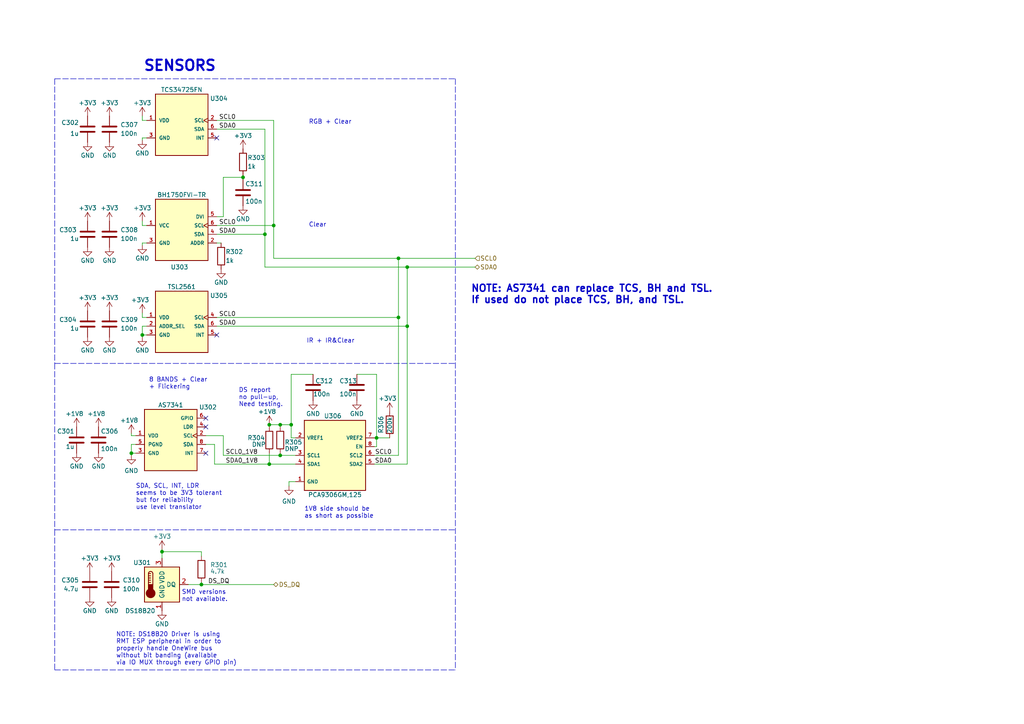
<source format=kicad_sch>
(kicad_sch (version 20211123) (generator eeschema)
  (paper "A4")
  (title_block (title "Sensors") (date "2022-07-14") (rev "BETA") (company "Simone Tollardo"))
  (lib_symbols
    (symbol "Device:C" (pin_numbers hide) (pin_names (offset 0.254))
      (property "Reference" "C" (at 0.635 2.54 0))
      (property "Value" "C" (at 0.635 -2.54 0))
      (symbol "C_0_1"
        (polyline (pts (xy -2.032 -0.762) (xy 2.032 -0.762)) (stroke (width 0.508)))
        (polyline (pts (xy -2.032 0.762) (xy 2.032 0.762)) (stroke (width 0.508)))
      )
      (symbol "C_1_1"
        (pin passive line (at 0 3.81 270) (length 2.794) (name "~") (number "1"))
        (pin passive line (at 0 -3.81 90) (length 2.794) (name "~") (number "2"))
      )
    )
    (symbol "Device:R" (pin_numbers hide) (pin_names (offset 0))
      (property "Reference" "R" (at 2.032 0 90))
      (property "Value" "R" (at 0 0 90))
      (symbol "R_0_1"
        (rectangle (start -1.016 -2.54) (end 1.016 2.54) (stroke (width 0.254)))
      )
      (symbol "R_1_1"
        (pin passive line (at 0 3.81 270) (length 1.27) (name "~") (number "1"))
        (pin passive line (at 0 -3.81 90) (length 1.27) (name "~") (number "2"))
      )
    )
    (symbol "ICCI-LIB:AS7341" (pin_names (offset 1.016))
      (property "Reference" "U" (at -7.62 10.16 0))
      (property "Value" "AS7341" (at -7.62 -10.16 0))
      (symbol "AS7341_0_0"
        (rectangle (start -7.62 10.16) (end 7.62 -7.62) (stroke (width 0.254)) (fill (type background)))
        (pin power_in line (at -10.16 2.54 0) (length 2.54) (name "VDD") (number "1"))
        (pin input clock (at 10.16 2.54 180) (length 2.54) (name "SCL") (number "2"))
        (pin power_in line (at -10.16 -2.54 0) (length 2.54) (name "GND") (number "3"))
        (pin input line (at 10.16 5.08 180) (length 2.54) (name "LDR") (number "4"))
        (pin power_in line (at -10.16 0 0) (length 2.54) (name "PGND") (number "5"))
        (pin bidirectional line (at 10.16 7.62 180) (length 2.54) (name "GPIO") (number "6"))
        (pin output line (at 10.16 -2.54 180) (length 2.54) (name "INT") (number "7"))
        (pin bidirectional line (at 10.16 0 180) (length 2.54) (name "SDA") (number "8"))
      )
    )
    (symbol "ICCI-LIB:BH1750FVI-TR" (pin_names (offset 1.016))
      (property "Reference" "U?" (at -6.985 9.525 0))
      (property "Value" "BH1750FVI-TR" (at 2.54 -10.16 0))
      (symbol "BH1750FVI-TR_0_0"
        (rectangle (start -5.08 10.16) (end 10.16 -7.62) (stroke (width 0.254)) (fill (type background)))
        (pin power_in line (at -7.62 2.54 0) (length 2.54) (name "VCC") (number "1"))
        (pin input line (at 12.7 -2.54 180) (length 2.54) (name "ADDR") (number "2"))
        (pin power_in line (at -7.62 -2.54 0) (length 2.54) (name "GND") (number "3"))
        (pin bidirectional line (at 12.7 0 180) (length 2.54) (name "SDA") (number "4"))
        (pin input line (at 12.7 5.08 180) (length 2.54) (name "DVI") (number "5"))
        (pin input clock (at 12.7 2.54 180) (length 2.54) (name "SCL") (number "6"))
      )
    )
    (symbol "ICCI-LIB:PCA9306GM,125" (pin_names (offset 0.762))
      (property "Reference" "IC" (at 5.08 -12.7 0))
      (property "Value" "PCA9306GM,125" (at -10.16 12.7 0))
      (symbol "PCA9306GM,125_0_0"
        (pin passive line (at -12.7 -7.62 0) (length 2.54) (name "GND") (number "1"))
        (pin passive line (at -12.7 5.08 0) (length 2.54) (name "VREF1") (number "2"))
        (pin passive line (at -12.7 0 0) (length 2.54) (name "SCL1") (number "3"))
        (pin passive line (at -12.7 -2.54 0) (length 2.54) (name "SDA1") (number "4"))
        (pin passive line (at 10.16 -2.54 180) (length 2.54) (name "SDA2") (number "5"))
        (pin passive line (at 10.16 0 180) (length 2.54) (name "SCL2") (number "6"))
        (pin passive line (at 10.16 5.08 180) (length 2.54) (name "VREF2") (number "7"))
        (pin passive line (at 10.16 2.54 180) (length 2.54) (name "EN") (number "8"))
      )
      (symbol "PCA9306GM,125_0_1"
        (rectangle (start -10.16 10.16) (end 7.62 -10.16) (stroke (width 0.254)) (fill (type background)))
      )
    )
    (symbol "ICCI-LIB:TCS34725FN" (pin_names (offset 1.016))
      (property "Reference" "U?" (at 0 12.7 0))
      (property "Value" "TCS34725FN" (at 0 -10.16 0))
      (symbol "TCS34725FN_0_0"
        (rectangle (start -7.62 -7.62) (end 7.62 10.16) (stroke (width 0.254)) (fill (type background)))
        (pin power_in line (at -10.16 2.54 0) (length 2.54) (name "VDD") (number "1"))
        (pin input clock (at 10.16 2.54 180) (length 2.54) (name "SCL") (number "2"))
        (pin power_in line (at -10.16 -2.54 0) (length 2.54) (name "GND") (number "3"))
        (pin no_connect line (at 10.16 -5.08 180) (length 2.54) hide (name "NC") (number "4"))
        (pin output line (at 10.16 -2.54 180) (length 2.54) (name "INT") (number "5"))
        (pin bidirectional line (at 10.16 0 180) (length 2.54) (name "SDA") (number "6"))
      )
    )
    (symbol "ICCI-LIB:TSL2561" (pin_names (offset 1.016))
      (property "Reference" "U" (at -7.62 10.16 0))
      (property "Value" "TSL2561" (at -7.62 -10.16 0))
      (symbol "TSL2561_0_0"
        (rectangle (start -7.62 10.16) (end 7.62 -7.62) (stroke (width 0.254)) (fill (type background)))
        (pin power_in line (at -10.16 2.54 0) (length 2.54) (name "VDD") (number "1"))
        (pin input line (at -10.16 0 0) (length 2.54) (name "ADDR_SEL") (number "2"))
        (pin power_in line (at -10.16 -2.54 0) (length 2.54) (name "GND") (number "3"))
        (pin input clock (at 10.16 2.54 180) (length 2.54) (name "SCL") (number "4"))
        (pin output line (at 10.16 -2.54 180) (length 2.54) (name "INT") (number "5"))
        (pin bidirectional line (at 10.16 0 180) (length 2.54) (name "SDA") (number "6"))
      )
    )
    (symbol "Sensor_Temperature:DS18B20" (pin_names (offset 1.016))
      (property "Reference" "U" (at -3.81 6.35 0))
      (property "Value" "DS18B20" (at 6.35 6.35 0))
      (symbol "DS18B20_0_1"
        (rectangle (start -5.08 5.08) (end 5.08 -5.08) (stroke (width 0.254)) (fill (type background)))
        (circle (center -3.302 -2.54) (radius 1.27) (stroke (width 0.254)) (fill (type outline)))
        (rectangle (start -2.667 -1.905) (end -3.937 0) (stroke (width 0.254)) (fill (type outline)))
        (arc (start -2.667 3.175) (mid -3.302 3.81) (end -3.937 3.175) (stroke (width 0.254)))
        (polyline (pts (xy -3.937 0.635) (xy -3.302 0.635)) (stroke (width 0.254)))
        (polyline (pts (xy -3.937 1.27) (xy -3.302 1.27)) (stroke (width 0.254)))
        (polyline (pts (xy -3.937 1.905) (xy -3.302 1.905)) (stroke (width 0.254)))
        (polyline (pts (xy -3.937 2.54) (xy -3.302 2.54)) (stroke (width 0.254)))
        (polyline (pts (xy -3.937 3.175) (xy -3.937 0)) (stroke (width 0.254)))
        (polyline (pts (xy -3.937 3.175) (xy -3.302 3.175)) (stroke (width 0.254)))
        (polyline (pts (xy -2.667 3.175) (xy -2.667 0)) (stroke (width 0.254)))
      )
      (symbol "DS18B20_1_1"
        (pin power_in line (at 0 -7.62 90) (length 2.54) (name "GND") (number "1"))
        (pin bidirectional line (at 7.62 0 180) (length 2.54) (name "DQ") (number "2"))
        (pin power_in line (at 0 7.62 270) (length 2.54) (name "VDD") (number "3"))
      )
    )
    (symbol "power:+1V8" (power) (pin_names (offset 0))
      (property "Value" "+1V8" (at 0 3.556 0))
      (symbol "+1V8_0_1"
        (polyline (pts (xy -0.762 1.27) (xy 0 2.54)))
        (polyline (pts (xy 0 0) (xy 0 2.54)))
        (polyline (pts (xy 0 2.54) (xy 0.762 1.27)))
      )
      (symbol "+1V8_1_1"
        (pin power_in line (at 0 0 90) (length 0) hide (name "+1V8") (number "1"))
      )
    )
    (symbol "power:+3V3" (power) (pin_names (offset 0))
      (property "Value" "+3V3" (at 0 3.556 0))
      (symbol "+3V3_0_1"
        (polyline (pts (xy -0.762 1.27) (xy 0 2.54)))
        (polyline (pts (xy 0 0) (xy 0 2.54)))
        (polyline (pts (xy 0 2.54) (xy 0.762 1.27)))
      )
      (symbol "+3V3_1_1"
        (pin power_in line (at 0 0 90) (length 0) hide (name "+3V3") (number "1"))
      )
    )
    (symbol "power:GND" (power) (pin_names (offset 0))
      (property "Value" "GND" (at 0 -3.81 0))
      (symbol "GND_0_1"
        (polyline (pts (xy 0 0) (xy 0 -1.27) (xy 1.27 -1.27) (xy 0 -2.54) (xy -1.27 -1.27) (xy 0 -1.27)))
      )
      (symbol "GND_1_1"
        (pin power_in line (at 0 0 270) (length 0) hide (name "GND") (number "1"))
      )
    )
  )
  (junction (at 78.105 134.62))
  (junction (at 79.375 65.405))
  (junction (at 58.42 169.545))
  (junction (at 78.105 123.19))
  (junction (at 81.28 132.08))
  (junction (at 115.57 92.075))
  (junction (at 118.11 77.47))
  (junction (at 84.455 123.19))
  (junction (at 115.57 74.93))
  (junction (at 41.275 97.155))
  (junction (at 76.835 67.945))
  (junction (at 70.485 51.435))
  (junction (at 46.99 160.02))
  (junction (at 38.1 131.445))
  (junction (at 109.22 127))
  (junction (at 118.11 94.615))
  (junction (at 81.28 123.19))
  (no_connect (at 59.69 123.825))
  (no_connect (at 59.69 121.285))
  (no_connect (at 62.865 40.005))
  (no_connect (at 62.865 97.155))
  (no_connect (at 59.69 131.445))
  (wire (pts (xy 115.57 74.93) (xy 115.57 92.075)))
  (wire (pts (xy 79.375 65.405) (xy 79.375 34.925)))
  (wire (pts (xy 62.865 94.615) (xy 118.11 94.615)))
  (wire (pts (xy 90.805 108.585) (xy 84.455 108.585)))
  (wire (pts (xy 41.275 40.005) (xy 41.275 40.64)))
  (wire (pts (xy 118.11 77.47) (xy 118.11 94.615)))
  (wire (pts (xy 109.22 129.54) (xy 109.22 127)))
  (wire (pts (xy 85.725 127) (xy 84.455 127)))
  (wire (pts (xy 41.275 65.405) (xy 42.545 65.405)))
  (wire (pts (xy 78.105 123.19) (xy 78.105 123.825)))
  (wire (pts (xy 62.23 128.905) (xy 62.23 134.62)))
  (wire (pts (xy 62.865 62.865) (xy 64.77 62.865)))
  (wire (pts (xy 58.42 169.545) (xy 79.375 169.545)))
  (wire (pts (xy 115.57 74.93) (xy 137.795 74.93)))
  (wire (pts (xy 39.37 131.445) (xy 38.1 131.445)))
  (polyline (pts (xy 15.875 22.86) (xy 132.08 22.86)))
  (wire (pts (xy 109.22 127) (xy 113.03 127)))
  (wire (pts (xy 41.275 33.655) (xy 41.275 34.925)))
  (wire (pts (xy 62.865 67.945) (xy 76.835 67.945)))
  (polyline (pts (xy 15.875 153.67) (xy 132.08 153.67)))
  (wire (pts (xy 59.69 126.365) (xy 64.77 126.365)))
  (wire (pts (xy 64.77 132.08) (xy 81.28 132.08)))
  (wire (pts (xy 118.11 77.47) (xy 137.795 77.47)))
  (wire (pts (xy 76.835 67.945) (xy 76.835 77.47)))
  (wire (pts (xy 42.545 40.005) (xy 41.275 40.005)))
  (wire (pts (xy 76.835 67.945) (xy 76.835 37.465)))
  (wire (pts (xy 70.485 50.8) (xy 70.485 51.435)))
  (wire (pts (xy 62.865 65.405) (xy 79.375 65.405)))
  (wire (pts (xy 118.11 94.615) (xy 118.11 134.62)))
  (polyline (pts (xy 15.875 105.41) (xy 15.875 153.67)))
  (wire (pts (xy 41.275 92.075) (xy 42.545 92.075)))
  (wire (pts (xy 109.22 108.585) (xy 109.22 127)))
  (wire (pts (xy 79.375 74.93) (xy 115.57 74.93)))
  (polyline (pts (xy 15.875 105.41) (xy 132.08 105.41)))
  (wire (pts (xy 41.275 34.925) (xy 42.545 34.925)))
  (wire (pts (xy 38.1 128.905) (xy 38.1 131.445)))
  (wire (pts (xy 41.275 64.135) (xy 41.275 65.405)))
  (wire (pts (xy 38.1 126.365) (xy 39.37 126.365)))
  (wire (pts (xy 85.725 139.7) (xy 83.82 139.7)))
  (wire (pts (xy 58.42 168.91) (xy 58.42 169.545)))
  (wire (pts (xy 42.545 97.155) (xy 41.275 97.155)))
  (polyline (pts (xy 15.875 22.86) (xy 15.875 105.41)))
  (polyline (pts (xy 15.875 153.67) (xy 15.875 194.31)))
  (wire (pts (xy 38.1 125.73) (xy 38.1 126.365)))
  (wire (pts (xy 42.545 70.485) (xy 41.275 70.485)))
  (polyline (pts (xy 132.08 22.86) (xy 132.08 194.31)))
  (wire (pts (xy 62.865 34.925) (xy 79.375 34.925)))
  (wire (pts (xy 78.105 123.19) (xy 81.28 123.19)))
  (wire (pts (xy 39.37 128.905) (xy 38.1 128.905)))
  (wire (pts (xy 108.585 129.54) (xy 109.22 129.54)))
  (wire (pts (xy 54.61 169.545) (xy 58.42 169.545)))
  (wire (pts (xy 81.28 131.445) (xy 81.28 132.08)))
  (wire (pts (xy 58.42 160.02) (xy 58.42 161.29)))
  (wire (pts (xy 64.77 51.435) (xy 64.77 62.865)))
  (wire (pts (xy 108.585 134.62) (xy 118.11 134.62)))
  (wire (pts (xy 38.1 131.445) (xy 38.1 132.08)))
  (wire (pts (xy 42.545 94.615) (xy 41.275 94.615)))
  (wire (pts (xy 41.275 90.805) (xy 41.275 92.075)))
  (wire (pts (xy 62.865 92.075) (xy 115.57 92.075)))
  (wire (pts (xy 59.69 128.905) (xy 62.23 128.905)))
  (wire (pts (xy 62.865 70.485) (xy 64.135 70.485)))
  (wire (pts (xy 115.57 92.075) (xy 115.57 132.08)))
  (wire (pts (xy 62.865 37.465) (xy 76.835 37.465)))
  (wire (pts (xy 64.77 51.435) (xy 70.485 51.435)))
  (wire (pts (xy 46.99 159.385) (xy 46.99 160.02)))
  (wire (pts (xy 76.835 77.47) (xy 118.11 77.47)))
  (wire (pts (xy 64.77 132.08) (xy 64.77 126.365)))
  (wire (pts (xy 41.275 97.155) (xy 41.275 97.79)))
  (wire (pts (xy 46.99 161.925) (xy 46.99 160.02)))
  (wire (pts (xy 103.505 108.585) (xy 109.22 108.585)))
  (wire (pts (xy 70.485 51.435) (xy 70.485 52.07)))
  (wire (pts (xy 84.455 108.585) (xy 84.455 123.19)))
  (wire (pts (xy 46.99 160.02) (xy 58.42 160.02)))
  (wire (pts (xy 79.375 74.93) (xy 79.375 65.405)))
  (wire (pts (xy 108.585 132.08) (xy 115.57 132.08)))
  (wire (pts (xy 78.105 134.62) (xy 85.725 134.62)))
  (wire (pts (xy 84.455 127) (xy 84.455 123.19)))
  (polyline (pts (xy 15.875 194.31) (xy 132.08 194.31)))
  (wire (pts (xy 84.455 123.19) (xy 81.28 123.19)))
  (wire (pts (xy 78.105 131.445) (xy 78.105 134.62)))
  (wire (pts (xy 81.28 123.19) (xy 81.28 123.825)))
  (wire (pts (xy 41.275 94.615) (xy 41.275 97.155)))
  (wire (pts (xy 81.28 132.08) (xy 85.725 132.08)))
  (wire (pts (xy 108.585 127) (xy 109.22 127)))
  (wire (pts (xy 62.23 134.62) (xy 78.105 134.62)))
  (wire (pts (xy 41.275 70.485) (xy 41.275 71.12)))
  (wire (pts (xy 83.82 139.7) (xy 83.82 140.97)))
  (text "RGB + Clear" (at 89.535 36.195 0) (effects (font (size 1.27 1.27)) (justify left bottom)))
  (text "Clear" (at 89.535 66.04 0) (effects (font (size 1.27 1.27)) (justify left bottom)))
  (text "1V8 side should be\nas short as possible" (at 88.265 150.495 0) (effects (font (size 1.27 1.27)) (justify left bottom)))
  (text "NOTE: AS7341 can replace TCS, BH and TSL.\nIf used do not place TCS, BH, and TSL." (at 136.525 88.265 0) (effects (font (size 2.032 2.032) (thickness 0.4064) bold) (justify left bottom)))
  (text "IR + IR&Clear" (at 88.9 99.695 0) (effects (font (size 1.27 1.27)) (justify left bottom)))
  (text "SDA, SCL, INT, LDR\nseems to be 3V3 tolerant\nbut for reliability\nuse level translator" (at 39.37 147.955 0) (effects (font (size 1.27 1.27)) (justify left bottom)))
  (text "8 BANDS + Clear\n+ Flickering" (at 43.18 113.03 0) (effects (font (size 1.27 1.27)) (justify left bottom)))
  (text "DS report\nno pull-up, \nNeed testing." (at 69.215 118.11 0) (effects (font (size 1.27 1.27)) (justify left bottom)))
  (text "SMD versions \nnot available." (at 52.705 174.625 0) (effects (font (size 1.27 1.27)) (justify left bottom)))
  (text "SENSORS" (at 62.865 20.955 180) (effects (font (size 3 3) (thickness 0.6) bold) (justify right bottom)))
  (text "NOTE: DS18B20 Driver is using\nRMT ESP peripheral in order to \nproperly handle OneWire bus \nwithout bit banding (available\nvia IO MUX through every GPIO pin)" (at 33.655 193.04 0) (effects (font (size 1.27 1.27)) (justify left bottom)))
  (label "SDA0" (at 63.5 67.945 0))
  (label "SCL0" (at 63.5 65.405 0))
  (label "SDA0_1V8" (at 65.405 134.62 0))
  (label "SDA0" (at 63.5 37.465 0))
  (label "SDA0" (at 63.5 94.615 0))
  (label "SCL0" (at 63.5 92.075 0))
  (label "DS_DQ" (at 60.325 169.545 0))
  (label "SDA0" (at 113.665 134.62 180))
  (label "SCL0" (at 63.5 34.925 0))
  (label "SCL0" (at 113.665 132.08 180))
  (label "SCL0_1V8" (at 65.405 132.08 0))
  (hierarchical_label "SDA0" (shape bidirectional) (at 137.795 77.47 0))
  (hierarchical_label "SCL0" (shape input) (at 137.795 74.93 0))
  (hierarchical_label "DS_DQ" (shape bidirectional) (at 79.375 169.545 0))
  (symbol (lib_id "power:GND") (at 31.75 41.275 0) (unit 1)
    (property "Reference" "#PWR0314" (effects hide))
    (property "Value" "GND" (at 31.75 45.085 0))
  )
  (symbol (lib_id "power:GND") (at 103.505 116.205 0) (unit 1)
    (property "Reference" "#PWR0337" (effects hide))
    (property "Value" "GND" (at 103.505 120.015 0))
  )
  (symbol (lib_id "power:GND") (at 41.275 71.12 0) (unit 1)
    (property "Reference" "#PWR0326" (effects hide))
    (property "Value" "GND" (at 41.275 74.93 0))
  )
  (symbol (lib_id "power:+1V8") (at 22.225 123.825 0) (unit 1)
    (property "Reference" "#PWR0301" (effects hide))
    (property "Value" "+1V8" (at 21.59 120.015 0))
  )
  (symbol (lib_id "Device:C") (at 103.505 112.395 0) (unit 1)
    (property "Reference" "C313" (at 98.425 110.49 0) (effects (justify left)))
    (property "Value" "100n" (at 98.425 114.3 0) (effects (justify left)))
    (property "Footprint" "Capacitor_SMD:C_0603_1608Metric" (effects hide))
  )
  (symbol (lib_id "Device:R") (at 64.135 74.295 0) (unit 1)
    (property "Reference" "R302" (at 65.405 73.025 0) (effects (justify left)))
    (property "Value" "1k" (at 65.405 75.565 0) (effects (justify left)))
    (property "Footprint" "Resistor_SMD:R_0603_1608Metric" (effects hide))
  )
  (symbol (lib_id "power:GND") (at 41.275 40.64 0) (unit 1)
    (property "Reference" "#PWR0324" (effects hide))
    (property "Value" "GND" (at 41.275 44.45 0))
  )
  (symbol (lib_id "power:+3V3") (at 70.485 43.18 0) (unit 1)
    (property "Reference" "#PWR0332" (effects hide))
    (property "Value" "+3V3" (at 70.485 39.37 0))
  )
  (symbol (lib_id "Sensor_Temperature:DS18B20") (at 46.99 169.545 0) (unit 1)
    (property "Reference" "U301" (at 43.815 163.195 0) (effects (justify right)))
    (property "Value" "DS18B20" (at 45.085 177.165 0) (effects (justify right)))
    (property "Footprint" "ICCI-LIB:DS18B20 Hor." (effects hide))
    (property "Datasheet" "http://datasheets.maximintegrated.com/en/ds/DS18B20.pdf" (effects hide))
  )
  (symbol (lib_id "ICCI-LIB:TCS34725FN") (at 52.705 37.465 0) (unit 1)
    (property "Reference" "U304" (at 63.5 28.575 0))
    (property "Value" "TCS34725FN" (at 52.705 26.035 0))
    (property "Footprint" "ICCI-LIB:TCS34725FN" (effects hide))
  )
  (symbol (lib_id "Device:C") (at 28.575 127.635 0) (unit 1)
    (property "Reference" "C306" (at 29.21 125.095 0) (effects (justify left)))
    (property "Value" "100n" (at 29.21 130.175 0) (effects (justify left)))
    (property "Footprint" "Capacitor_SMD:C_0603_1608Metric" (effects hide))
  )
  (symbol (lib_id "power:+3V3") (at 41.275 90.805 0) (unit 1)
    (property "Reference" "#PWR0327" (effects hide))
    (property "Value" "+3V3" (at 40.64 86.995 0))
  )
  (symbol (lib_id "power:+3V3") (at 26.035 165.735 0) (unit 1)
    (property "Reference" "#PWR0309" (effects hide))
    (property "Value" "+3V3" (at 26.035 161.925 0))
  )
  (symbol (lib_id "power:GND") (at 32.385 173.355 0) (unit 1)
    (property "Reference" "#PWR0320" (effects hide))
    (property "Value" "GND" (at 32.385 177.165 0))
  )
  (symbol (lib_id "Device:C") (at 25.4 93.98 0) (unit 1)
    (property "Reference" "C304" (at 17.145 92.71 0) (effects (justify left)))
    (property "Value" "1u" (at 20.32 95.25 0) (effects (justify left)))
    (property "Footprint" "Capacitor_SMD:C_0603_1608Metric" (effects hide))
  )
  (symbol (lib_id "Device:C") (at 25.4 67.945 0) (unit 1)
    (property "Reference" "C303" (at 17.145 66.675 0) (effects (justify left)))
    (property "Value" "1u" (at 20.32 69.215 0) (effects (justify left)))
    (property "Footprint" "Capacitor_SMD:C_0603_1608Metric" (effects hide))
  )
  (symbol (lib_id "power:GND") (at 90.805 116.205 0) (unit 1)
    (property "Reference" "#PWR0336" (effects hide))
    (property "Value" "GND" (at 90.805 120.015 0))
  )
  (symbol (lib_id "Device:R") (at 70.485 46.99 0) (unit 1)
    (property "Reference" "R303" (at 71.755 45.72 0) (effects (justify left)))
    (property "Value" "1k" (at 71.755 48.26 0) (effects (justify left)))
    (property "Footprint" "Resistor_SMD:R_0603_1608Metric" (effects hide))
  )
  (symbol (lib_id "power:GND") (at 70.485 59.69 0) (unit 1)
    (property "Reference" "#PWR0333" (effects hide))
    (property "Value" "GND" (at 70.485 63.5 0))
  )
  (symbol (lib_id "power:GND") (at 31.75 71.755 0) (unit 1)
    (property "Reference" "#PWR0316" (effects hide))
    (property "Value" "GND" (at 31.75 75.565 0))
  )
  (symbol (lib_id "power:+3V3") (at 46.99 159.385 0) (unit 1)
    (property "Reference" "#PWR0329" (effects hide))
    (property "Value" "+3V3" (at 46.99 155.575 0))
  )
  (symbol (lib_id "Device:C") (at 31.75 37.465 0) (unit 1)
    (property "Reference" "C307" (at 34.925 36.1949 0) (effects (justify left)))
    (property "Value" "100n" (at 34.925 38.7349 0) (effects (justify left)))
    (property "Footprint" "Capacitor_SMD:C_0603_1608Metric" (effects hide))
  )
  (symbol (lib_id "power:GND") (at 25.4 41.275 0) (unit 1)
    (property "Reference" "#PWR0304" (effects hide))
    (property "Value" "GND" (at 25.4 45.085 0))
  )
  (symbol (lib_id "Device:R") (at 81.28 127.635 0) (unit 1)
    (property "Reference" "R305" (at 82.55 128.27 0) (effects (justify left)))
    (property "Value" "DNP" (at 82.55 130.175 0) (effects (justify left)))
    (property "Footprint" "Resistor_SMD:R_0603_1608Metric" (effects hide))
  )
  (symbol (lib_id "power:GND") (at 38.1 132.08 0) (unit 1)
    (property "Reference" "#PWR0322" (effects hide))
    (property "Value" "GND" (at 38.1 136.525 0))
  )
  (symbol (lib_id "power:GND") (at 25.4 71.755 0) (unit 1)
    (property "Reference" "#PWR0306" (effects hide))
    (property "Value" "GND" (at 25.4 75.565 0))
  )
  (symbol (lib_id "power:GND") (at 46.99 177.165 0) (unit 1)
    (property "Reference" "#PWR0330" (effects hide))
    (property "Value" "GND" (at 46.99 180.975 0))
  )
  (symbol (lib_id "power:GND") (at 25.4 97.79 0) (unit 1)
    (property "Reference" "#PWR0308" (effects hide))
    (property "Value" "GND" (at 25.4 101.6 0))
  )
  (symbol (lib_id "power:+1V8") (at 38.1 125.73 0) (unit 1)
    (property "Reference" "#PWR0321" (effects hide))
    (property "Value" "+1V8" (at 37.465 121.92 0))
  )
  (symbol (lib_id "power:+3V3") (at 25.4 64.135 0) (unit 1)
    (property "Reference" "#PWR0305" (effects hide))
    (property "Value" "+3V3" (at 25.4 60.325 0))
  )
  (symbol (lib_id "power:+1V8") (at 78.105 123.19 0) (unit 1)
    (property "Reference" "#PWR0334" (effects hide))
    (property "Value" "+1V8" (at 77.47 119.38 0))
  )
  (symbol (lib_id "Device:C") (at 31.75 67.945 0) (unit 1)
    (property "Reference" "C308" (at 34.925 66.6749 0) (effects (justify left)))
    (property "Value" "100n" (at 34.925 69.2149 0) (effects (justify left)))
    (property "Footprint" "Capacitor_SMD:C_0603_1608Metric" (effects hide))
  )
  (symbol (lib_id "power:+3V3") (at 31.75 64.135 0) (unit 1)
    (property "Reference" "#PWR0315" (effects hide))
    (property "Value" "+3V3" (at 31.75 60.325 0))
  )
  (symbol (lib_id "power:+3V3") (at 41.275 64.135 0) (unit 1)
    (property "Reference" "#PWR0325" (effects hide))
    (property "Value" "+3V3" (at 41.275 60.325 0))
  )
  (symbol (lib_id "power:+3V3") (at 31.75 33.655 0) (unit 1)
    (property "Reference" "#PWR0313" (effects hide))
    (property "Value" "+3V3" (at 31.75 29.845 0))
  )
  (symbol (lib_id "ICCI-LIB:AS7341") (at 49.53 128.905 0) (unit 1)
    (property "Reference" "U302" (at 60.325 118.11 0))
    (property "Value" "AS7341" (at 49.53 117.475 0))
    (property "Footprint" "ICCI-LIB:AS7431" (effects hide))
  )
  (symbol (lib_id "power:GND") (at 22.225 131.445 0) (unit 1)
    (property "Reference" "#PWR0302" (effects hide))
    (property "Value" "GND" (at 22.225 135.255 0))
  )
  (symbol (lib_id "Device:C") (at 32.385 169.545 0) (unit 1)
    (property "Reference" "C310" (at 35.56 168.275 0) (effects (justify left)))
    (property "Value" "100n" (at 35.56 170.815 0) (effects (justify left)))
    (property "Footprint" "Capacitor_SMD:C_0603_1608Metric" (effects hide))
  )
  (symbol (lib_id "Device:C") (at 31.75 93.98 0) (unit 1)
    (property "Reference" "C309" (at 34.925 92.7099 0) (effects (justify left)))
    (property "Value" "100n" (at 34.925 95.2499 0) (effects (justify left)))
    (property "Footprint" "Capacitor_SMD:C_0603_1608Metric" (effects hide))
  )
  (symbol (lib_id "power:GND") (at 31.75 97.79 0) (unit 1)
    (property "Reference" "#PWR0318" (effects hide))
    (property "Value" "GND" (at 31.75 101.6 0))
  )
  (symbol (lib_id "power:GND") (at 28.575 131.445 0) (unit 1)
    (property "Reference" "#PWR0312" (effects hide))
    (property "Value" "GND" (at 28.575 135.255 0))
  )
  (symbol (lib_id "Device:R") (at 58.42 165.1 0) (unit 1)
    (property "Reference" "R301" (at 60.96 163.8299 0) (effects (justify left)))
    (property "Value" "4.7k" (at 60.96 165.735 0) (effects (justify left)))
    (property "Footprint" "Resistor_SMD:R_0603_1608Metric" (effects hide))
  )
  (symbol (lib_id "Device:R") (at 113.03 123.19 0) (unit 1)
    (property "Reference" "R306" (at 110.49 125.73 90) (effects (justify left)))
    (property "Value" "200k" (at 113.03 125.73 90) (effects (justify left)))
    (property "Footprint" "Resistor_SMD:R_0603_1608Metric" (effects hide))
  )
  (symbol (lib_id "power:+1V8") (at 28.575 123.825 0) (unit 1)
    (property "Reference" "#PWR0311" (effects hide))
    (property "Value" "+1V8" (at 27.94 120.015 0))
  )
  (symbol (lib_id "Device:C") (at 90.805 112.395 0) (unit 1)
    (property "Reference" "C312" (at 91.44 110.49 0) (effects (justify left)))
    (property "Value" "100n" (at 90.805 114.3 0) (effects (justify left)))
    (property "Footprint" "Capacitor_SMD:C_0603_1608Metric" (effects hide))
  )
  (symbol (lib_id "power:GND") (at 41.275 97.79 0) (unit 1)
    (property "Reference" "#PWR0328" (effects hide))
    (property "Value" "GND" (at 41.275 101.6 0))
  )
  (symbol (lib_id "ICCI-LIB:PCA9306GM,125") (at 98.425 132.08 0) (unit 1)
    (property "Reference" "U306" (at 96.52 120.65 0))
    (property "Value" "PCA9306GM,125" (at 97.155 143.51 0))
    (property "Footprint" "ICCI-LIB:PCA9306GM" (effects hide))
    (property "Datasheet" "http://www.nxp.com/docs/en/data-sheet/PCA9306.pdf" (effects hide))
    (property "Description" "NXP PCA9306GM,125, I2C Translator 3.3ns, 8-Pin XQFN" (effects hide))
    (property "Manufacturer_Name" "NXP" (effects hide))
    (property "Manufacturer_Part_Number" "PCA9306GM,125" (effects hide))
    (property "Mouser Part Number" "771-PCA9306GM125" (effects hide))
    (property "Mouser Price/Stock" "https://www.mouser.co.uk/ProductDetail/NXP-Semiconductors/PCA9306GM125?qs=LOCUfHb8d9vZnAiSjK6%252Bsw%3D%3D" (effects hide))
    (property "Arrow Part Number" "PCA9306GM,125" (effects hide))
    (property "Arrow Price/Stock" "https://www.arrow.com/en/products/pca9306gm125/nxp-semiconductors?region=nac" (effects hide))
  )
  (symbol (lib_id "power:GND") (at 26.035 173.355 0) (unit 1)
    (property "Reference" "#PWR0310" (effects hide))
    (property "Value" "GND" (at 26.035 177.165 0))
  )
  (symbol (lib_id "power:+3V3") (at 32.385 165.735 0) (unit 1)
    (property "Reference" "#PWR0319" (effects hide))
    (property "Value" "+3V3" (at 32.385 161.925 0))
  )
  (symbol (lib_id "Device:C") (at 70.485 55.88 0) (unit 1)
    (property "Reference" "C311" (at 71.12 53.34 0) (effects (justify left)))
    (property "Value" "100n" (at 71.12 58.42 0) (effects (justify left)))
    (property "Footprint" "Capacitor_SMD:C_0603_1608Metric" (effects hide))
  )
  (symbol (lib_id "Device:C") (at 26.035 169.545 0) (unit 1)
    (property "Reference" "C305" (at 17.78 168.275 0) (effects (justify left)))
    (property "Value" "4.7u" (at 18.415 170.815 0) (effects (justify left)))
    (property "Footprint" "Capacitor_SMD:C_0603_1608Metric" (effects hide))
  )
  (symbol (lib_id "ICCI-LIB:BH1750FVI-TR") (at 50.165 67.945 0) (unit 1)
    (property "Reference" "U303" (at 52.07 77.47 0))
    (property "Value" "BH1750FVI-TR" (at 52.705 56.515 0))
    (property "Footprint" "ICCI-LIB:BH1750FVI-TR" (effects hide))
  )
  (symbol (lib_id "power:+3V3") (at 113.03 119.38 0) (unit 1)
    (property "Reference" "#PWR0338" (effects hide))
    (property "Value" "+3V3" (at 112.395 115.57 0))
  )
  (symbol (lib_id "power:+3V3") (at 31.75 90.17 0) (unit 1)
    (property "Reference" "#PWR0317" (effects hide))
    (property "Value" "+3V3" (at 31.75 86.36 0))
  )
  (symbol (lib_id "ICCI-LIB:TSL2561") (at 52.705 94.615 0) (unit 1)
    (property "Reference" "U305" (at 63.5 85.725 0))
    (property "Value" "TSL2561" (at 52.705 83.185 0))
    (property "Footprint" "ICCI-LIB:TSL2561" (effects hide))
  )
  (symbol (lib_id "Device:C") (at 22.225 127.635 0) (unit 1)
    (property "Reference" "C301" (at 16.51 125.095 0) (effects (justify left)))
    (property "Value" "1u" (at 19.05 129.54 0) (effects (justify left)))
    (property "Footprint" "Capacitor_SMD:C_0603_1608Metric" (effects hide))
  )
  (symbol (lib_id "power:+3V3") (at 25.4 33.655 0) (unit 1)
    (property "Reference" "#PWR0303" (effects hide))
    (property "Value" "+3V3" (at 25.4 29.845 0))
  )
  (symbol (lib_id "power:GND") (at 64.135 78.105 0) (unit 1)
    (property "Reference" "#PWR0331" (effects hide))
    (property "Value" "GND" (at 64.135 81.915 0))
  )
  (symbol (lib_id "power:GND") (at 83.82 140.97 0) (unit 1)
    (property "Reference" "#PWR0335" (effects hide))
    (property "Value" "GND" (at 83.82 145.415 0))
  )
  (symbol (lib_id "Device:C") (at 25.4 37.465 0) (unit 1)
    (property "Reference" "C302" (at 17.78 35.56 0) (effects (justify left)))
    (property "Value" "1u" (at 20.32 38.735 0) (effects (justify left)))
    (property "Footprint" "Capacitor_SMD:C_0603_1608Metric" (effects hide))
  )
  (symbol (lib_id "Device:R") (at 78.105 127.635 0) (unit 1)
    (property "Reference" "R304" (at 71.755 127 0) (effects (justify left)))
    (property "Value" "DNP" (at 73.025 128.905 0) (effects (justify left)))
    (property "Footprint" "Resistor_SMD:R_0603_1608Metric" (effects hide))
  )
  (symbol (lib_id "power:+3V3") (at 25.4 90.17 0) (unit 1)
    (property "Reference" "#PWR0307" (effects hide))
    (property "Value" "+3V3" (at 25.4 86.36 0))
  )
  (symbol (lib_id "power:+3V3") (at 41.275 33.655 0) (unit 1)
    (property "Reference" "#PWR0323" (effects hide))
    (property "Value" "+3V3" (at 41.275 29.845 0))
  )
)
</source>
